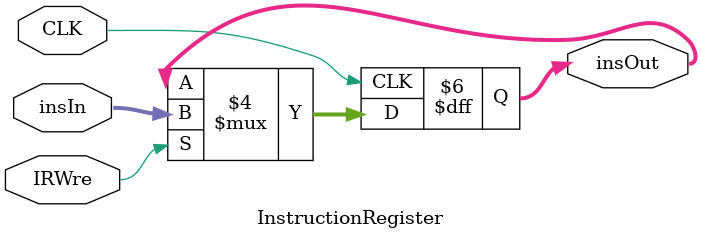
<source format=v>
`timescale 1ns / 1ps


module InstructionRegister(
    input CLK,
    input IRWre,
    input [31:0] insIn,
    output reg [31:0] insOut
    );
    initial begin
        insOut=0;
    end
    always@(posedge CLK) begin
        if(IRWre==1) insOut<=insIn;
    end
endmodule


</source>
